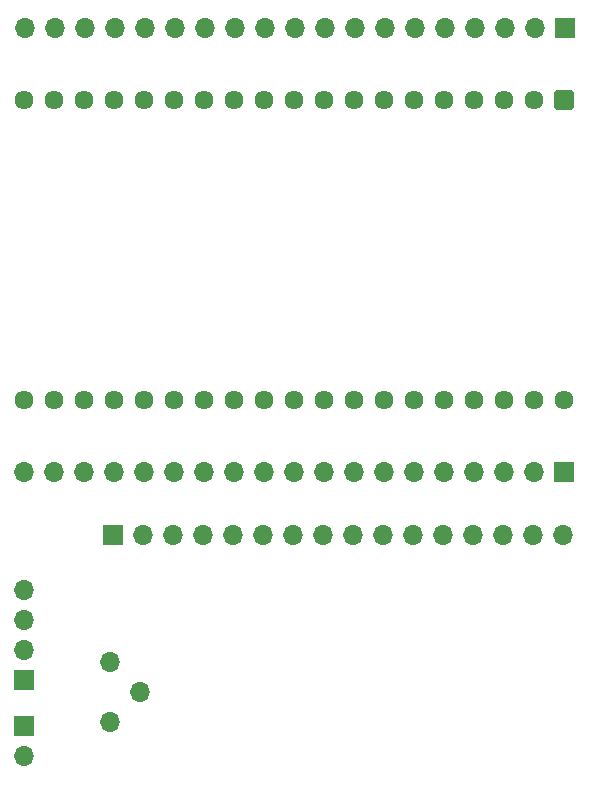
<source format=gbr>
%TF.GenerationSoftware,KiCad,Pcbnew,8.0.6*%
%TF.CreationDate,2025-08-26T16:14:55+02:00*%
%TF.ProjectId,controller,636f6e74-726f-46c6-9c65-722e6b696361,rev?*%
%TF.SameCoordinates,Original*%
%TF.FileFunction,Soldermask,Bot*%
%TF.FilePolarity,Negative*%
%FSLAX46Y46*%
G04 Gerber Fmt 4.6, Leading zero omitted, Abs format (unit mm)*
G04 Created by KiCad (PCBNEW 8.0.6) date 2025-08-26 16:14:55*
%MOMM*%
%LPD*%
G01*
G04 APERTURE LIST*
G04 Aperture macros list*
%AMRoundRect*
0 Rectangle with rounded corners*
0 $1 Rounding radius*
0 $2 $3 $4 $5 $6 $7 $8 $9 X,Y pos of 4 corners*
0 Add a 4 corners polygon primitive as box body*
4,1,4,$2,$3,$4,$5,$6,$7,$8,$9,$2,$3,0*
0 Add four circle primitives for the rounded corners*
1,1,$1+$1,$2,$3*
1,1,$1+$1,$4,$5*
1,1,$1+$1,$6,$7*
1,1,$1+$1,$8,$9*
0 Add four rect primitives between the rounded corners*
20,1,$1+$1,$2,$3,$4,$5,0*
20,1,$1+$1,$4,$5,$6,$7,0*
20,1,$1+$1,$6,$7,$8,$9,0*
20,1,$1+$1,$8,$9,$2,$3,0*%
G04 Aperture macros list end*
%ADD10R,1.700000X1.700000*%
%ADD11O,1.700000X1.700000*%
%ADD12RoundRect,0.102000X-0.704000X0.704000X-0.704000X-0.704000X0.704000X-0.704000X0.704000X0.704000X0*%
%ADD13C,1.612000*%
G04 APERTURE END LIST*
D10*
%TO.C,J4*%
X218969990Y-33334092D03*
D11*
X216429990Y-33334092D03*
X213889990Y-33334092D03*
X211349990Y-33334092D03*
X208809990Y-33334092D03*
X206269990Y-33334092D03*
X203729990Y-33334092D03*
X201189990Y-33334092D03*
X198649990Y-33334092D03*
X196109990Y-33334092D03*
X193569990Y-33334092D03*
X191029990Y-33334092D03*
X188489990Y-33334092D03*
X185949990Y-33334092D03*
X183409990Y-33334092D03*
X180869990Y-33334092D03*
X178329990Y-33334092D03*
X175789990Y-33334092D03*
X173249990Y-33334092D03*
%TD*%
D12*
%TO.C,U1*%
X218934990Y-39389842D03*
D13*
X216394990Y-39389842D03*
X213854990Y-39389842D03*
X211314990Y-39389842D03*
X208774990Y-39389842D03*
X206234990Y-39389842D03*
X203694990Y-39389842D03*
X201154990Y-39389842D03*
X198614990Y-39389842D03*
X196074990Y-39389842D03*
X193534990Y-39389842D03*
X190994990Y-39389842D03*
X188454990Y-39389842D03*
X185914990Y-39389842D03*
X183374990Y-39389842D03*
X180834990Y-39389842D03*
X178294990Y-39389842D03*
X175754990Y-39389842D03*
X173214990Y-39389842D03*
X218934990Y-64789842D03*
X216394990Y-64789842D03*
X213854990Y-64789842D03*
X211314990Y-64789842D03*
X208774990Y-64789842D03*
X206234990Y-64789842D03*
X203694990Y-64789842D03*
X201154990Y-64789842D03*
X198614990Y-64789842D03*
X196074990Y-64789842D03*
X193534990Y-64789842D03*
X190994990Y-64789842D03*
X188454990Y-64789842D03*
X185914990Y-64789842D03*
X183374990Y-64789842D03*
X180834990Y-64789842D03*
X178294990Y-64789842D03*
X175754990Y-64789842D03*
X173214990Y-64789842D03*
%TD*%
D10*
%TO.C,J2*%
X173214466Y-92442116D03*
D11*
X173214466Y-94982116D03*
%TD*%
%TO.C,RV1*%
X180478932Y-92072116D03*
X183018932Y-89532116D03*
X180478932Y-86992116D03*
%TD*%
D10*
%TO.C,J3*%
X173214466Y-88562116D03*
D11*
X173214466Y-86022116D03*
X173214466Y-83482116D03*
X173214466Y-80942116D03*
%TD*%
D10*
%TO.C,J5*%
X218899990Y-70934092D03*
D11*
X216359990Y-70934092D03*
X213819990Y-70934092D03*
X211279990Y-70934092D03*
X208739990Y-70934092D03*
X206199990Y-70934092D03*
X203659990Y-70934092D03*
X201119990Y-70934092D03*
X198579990Y-70934092D03*
X196039990Y-70934092D03*
X193499990Y-70934092D03*
X190959990Y-70934092D03*
X188419990Y-70934092D03*
X185879990Y-70934092D03*
X183339990Y-70934092D03*
X180799990Y-70934092D03*
X178259990Y-70934092D03*
X175719990Y-70934092D03*
X173179990Y-70934092D03*
%TD*%
D10*
%TO.C,J1*%
X180738932Y-76292116D03*
D11*
X183278932Y-76292116D03*
X185818932Y-76292116D03*
X188358932Y-76292116D03*
X190898932Y-76292116D03*
X193438932Y-76292116D03*
X195978932Y-76292116D03*
X198518932Y-76292116D03*
X201058932Y-76292116D03*
X203598932Y-76292116D03*
X206138932Y-76292116D03*
X208678932Y-76292116D03*
X211218932Y-76292116D03*
X213758932Y-76292116D03*
X216298932Y-76292116D03*
X218838932Y-76292116D03*
%TD*%
M02*

</source>
